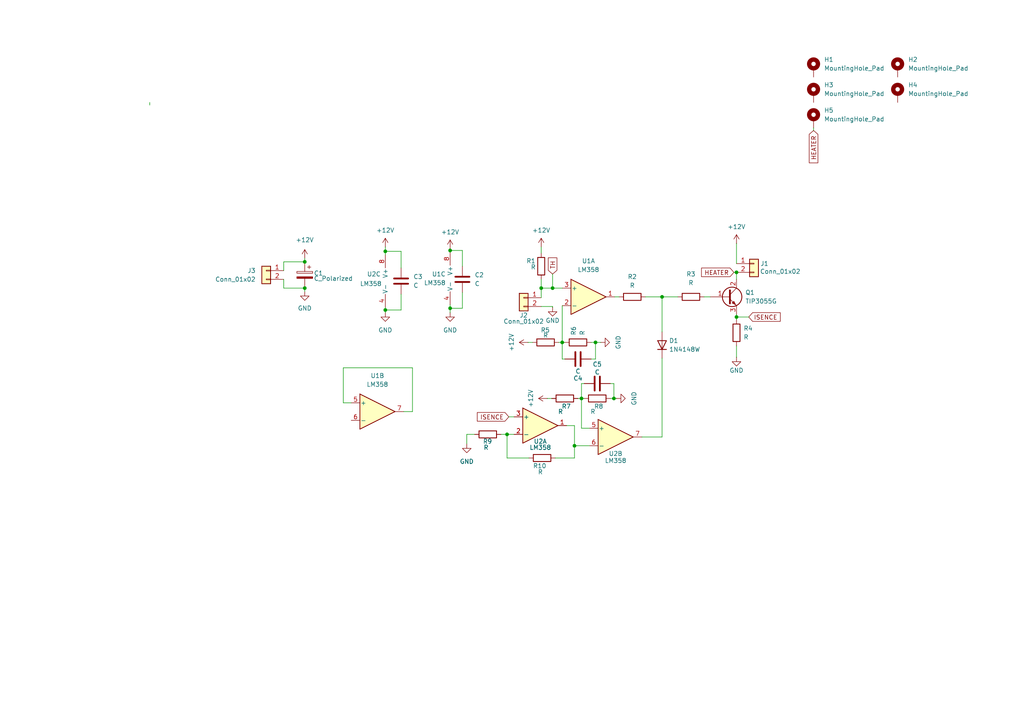
<source format=kicad_sch>
(kicad_sch (version 20231120) (generator "eeschema") (generator_version "8.0")
  (paper "A4")
  (lib_symbols
    (symbol "Amplifier_Operational:LM358" (pin_names (offset 0.127))
      (property "Reference" "U" (at 0 5.08 0))
      (property "Value" "LM358" (at 0 -5.08 0))
      (symbol "LM358_1_1"
        (polyline (pts (xy -5.08 5.08) (xy 5.08 0) (xy -5.08 -5.08) (xy -5.08 5.08)) (stroke (width 0.254)) (fill (type background)))
        (pin output line (at 7.62 0 180) (length 2.54) (name "~") (number "1"))
        (pin input line (at -7.62 -2.54 0) (length 2.54) (name "-") (number "2"))
        (pin input line (at -7.62 2.54 0) (length 2.54) (name "+") (number "3"))
      )
      (symbol "LM358_2_1"
        (polyline (pts (xy -5.08 5.08) (xy 5.08 0) (xy -5.08 -5.08) (xy -5.08 5.08)) (stroke (width 0.254)) (fill (type background)))
        (pin input line (at -7.62 2.54 0) (length 2.54) (name "+") (number "5"))
        (pin input line (at -7.62 -2.54 0) (length 2.54) (name "-") (number "6"))
        (pin output line (at 7.62 0 180) (length 2.54) (name "~") (number "7"))
      )
      (symbol "LM358_3_1"
        (pin power_in line (at -2.54 -7.62 90) (length 3.81) (name "V-") (number "4"))
        (pin power_in line (at -2.54 7.62 270) (length 3.81) (name "V+") (number "8"))
      )
    )
    (symbol "Connector_Generic:Conn_01x02" (pin_names (offset 1.016) hide)
      (property "Reference" "J" (at 0 2.54 0))
      (property "Value" "Conn_01x02" (at 0 -5.08 0))
      (symbol "Conn_01x02_1_1"
        (rectangle (start -1.27 -2.413) (end 0 -2.667) (stroke (width 0.1524)))
        (rectangle (start -1.27 0.127) (end 0 -0.127) (stroke (width 0.1524)))
        (rectangle (start -1.27 1.27) (end 1.27 -3.81) (stroke (width 0.254)) (fill (type background)))
        (pin passive line (at -5.08 0 0) (length 3.81) (name "Pin_1") (number "1"))
        (pin passive line (at -5.08 -2.54 0) (length 3.81) (name "Pin_2") (number "2"))
      )
    )
    (symbol "Device:C" (pin_numbers hide) (pin_names (offset 0.254))
      (property "Reference" "C" (at 0.635 2.54 0))
      (property "Value" "C" (at 0.635 -2.54 0))
      (symbol "C_0_1"
        (polyline (pts (xy -2.032 -0.762) (xy 2.032 -0.762)) (stroke (width 0.508)))
        (polyline (pts (xy -2.032 0.762) (xy 2.032 0.762)) (stroke (width 0.508)))
      )
      (symbol "C_1_1"
        (pin passive line (at 0 3.81 270) (length 2.794) (name "~") (number "1"))
        (pin passive line (at 0 -3.81 90) (length 2.794) (name "~") (number "2"))
      )
    )
    (symbol "Device:C_Polarized" (pin_numbers hide) (pin_names (offset 0.254))
      (property "Reference" "C" (at 0.635 2.54 0))
      (property "Value" "C_Polarized" (at 0.635 -2.54 0))
      (symbol "C_Polarized_0_1"
        (rectangle (start -2.286 0.508) (end 2.286 1.016))
        (polyline (pts (xy -1.778 2.286) (xy -0.762 2.286)))
        (polyline (pts (xy -1.27 2.794) (xy -1.27 1.778)))
        (rectangle (start 2.286 -0.508) (end -2.286 -1.016) (fill (type outline)))
      )
      (symbol "C_Polarized_1_1"
        (pin passive line (at 0 3.81 270) (length 2.794) (name "~") (number "1"))
        (pin passive line (at 0 -3.81 90) (length 2.794) (name "~") (number "2"))
      )
    )
    (symbol "Device:R" (pin_numbers hide) (pin_names (offset 0))
      (property "Reference" "R" (at 2.032 0 90))
      (property "Value" "R" (at 0 0 90))
      (symbol "R_0_1"
        (rectangle (start -1.016 -2.54) (end 1.016 2.54) (stroke (width 0.254)))
      )
      (symbol "R_1_1"
        (pin passive line (at 0 3.81 270) (length 1.27) (name "~") (number "1"))
        (pin passive line (at 0 -3.81 90) (length 1.27) (name "~") (number "2"))
      )
    )
    (symbol "Diode:1N4148W" (pin_numbers hide) (pin_names hide)
      (property "Reference" "D" (at 0 2.54 0))
      (property "Value" "1N4148W" (at 0 -2.54 0))
      (symbol "1N4148W_0_1"
        (polyline (pts (xy -1.27 1.27) (xy -1.27 -1.27)) (stroke (width 0.254)))
        (polyline (pts (xy 1.27 0) (xy -1.27 0)))
        (polyline (pts (xy 1.27 1.27) (xy 1.27 -1.27) (xy -1.27 0) (xy 1.27 1.27)) (stroke (width 0.254)))
      )
      (symbol "1N4148W_1_1"
        (pin passive line (at -3.81 0 0) (length 2.54) (name "K") (number "1"))
        (pin passive line (at 3.81 0 180) (length 2.54) (name "A") (number "2"))
      )
    )
    (symbol "Mechanical:MountingHole_Pad" (pin_numbers hide) (pin_names (offset 1.016) hide) (exclude_from_sim yes) (in_bom no)
      (property "Reference" "H" (at 0 6.35 0))
      (property "Value" "MountingHole_Pad" (at 0 4.445 0))
      (symbol "MountingHole_Pad_0_1"
        (circle (center 0 1.27) (radius 1.27) (stroke (width 1.27)))
      )
      (symbol "MountingHole_Pad_1_1"
        (pin input line (at 0 -2.54 90) (length 2.54) (name "1") (number "1"))
      )
    )
    (symbol "Transistor_BJT:TIP3055G" (pin_names (offset 0) hide)
      (property "Reference" "Q" (at 5.08 1.905 0))
      (property "Value" "TIP3055G" (at 5.08 0 0))
      (symbol "TIP3055G_0_1"
        (polyline (pts (xy 0.635 0.635) (xy 2.54 2.54)))
        (polyline (pts (xy 0.635 -0.635) (xy 2.54 -2.54) (xy 2.54 -2.54)))
        (polyline (pts (xy 0.635 1.905) (xy 0.635 -1.905) (xy 0.635 -1.905)) (stroke (width 0.508)))
        (polyline (pts (xy 1.27 -1.778) (xy 1.778 -1.27) (xy 2.286 -2.286) (xy 1.27 -1.778) (xy 1.27 -1.778)) (fill (type outline)))
        (circle (center 1.27 0) (radius 2.8194) (stroke (width 0.254)))
      )
      (symbol "TIP3055G_1_1"
        (pin input line (at -5.08 0 0) (length 5.715) (name "B") (number "1"))
        (pin passive line (at 2.54 5.08 270) (length 2.54) (name "C") (number "2"))
        (pin passive line (at 2.54 -5.08 90) (length 2.54) (name "E") (number "3"))
      )
    )
    (symbol "power:+12V" (power) (pin_numbers hide) (pin_names (offset 0) hide)
      (property "Value" "+12V" (at 0 3.556 0))
      (symbol "+12V_0_1"
        (polyline (pts (xy -0.762 1.27) (xy 0 2.54)))
        (polyline (pts (xy 0 0) (xy 0 2.54)))
        (polyline (pts (xy 0 2.54) (xy 0.762 1.27)))
      )
      (symbol "+12V_1_1"
        (pin power_in line (at 0 0 90) (length 0) (name "~") (number "1"))
      )
    )
    (symbol "power:GND" (power) (pin_numbers hide) (pin_names (offset 0) hide)
      (property "Value" "GND" (at 0 -3.81 0))
      (symbol "GND_0_1"
        (polyline (pts (xy 0 0) (xy 0 -1.27) (xy 1.27 -1.27) (xy 0 -2.54) (xy -1.27 -1.27) (xy 0 -1.27)))
      )
      (symbol "GND_1_1"
        (pin power_in line (at 0 0 270) (length 0) (name "~") (number "1"))
      )
    )
  )
  (junction (at 192.024 86.106))
  (junction (at 111.76 89.916))
  (junction (at 163.068 99.314))
  (junction (at 88.392 83.566))
  (junction (at 168.656 115.57))
  (junction (at 160.274 83.566))
  (junction (at 213.614 78.994))
  (junction (at 213.614 91.948))
  (junction (at 156.972 83.566))
  (junction (at 172.72 99.314))
  (junction (at 130.556 89.408))
  (junction (at 178.054 115.57))
  (junction (at 166.624 129.286))
  (junction (at 147.066 125.984))
  (junction (at 111.76 72.898))
  (junction (at 88.392 75.946))
  (junction (at 130.556 72.644))
  (wire (pts (xy 163.83 104.14) (xy 163.068 104.14)))
  (wire (pts (xy 187.198 86.106) (xy 192.024 86.106)))
  (wire (pts (xy 134.112 77.216) (xy 134.112 72.644)))
  (wire (pts (xy 156.972 71.628) (xy 156.972 73.406)))
  (wire (pts (xy 111.76 89.916) (xy 111.76 90.678)))
  (wire (pts (xy 205.994 86.106) (xy 204.216 86.106)))
  (wire (pts (xy 101.854 116.84) (xy 99.568 116.84)))
  (wire (pts (xy 88.392 74.93) (xy 88.392 75.946)))
  (wire (pts (xy 174.244 99.314) (xy 172.72 99.314)))
  (wire (pts (xy 178.816 115.57) (xy 178.054 115.57)))
  (wire (pts (xy 153.416 132.842) (xy 147.066 132.842)))
  (wire (pts (xy 160.274 83.82) (xy 160.274 83.566)))
  (wire (pts (xy 119.634 106.68) (xy 119.634 119.38)))
  (wire (pts (xy 43.434 30.48) (xy 43.434 29.718)))
  (wire (pts (xy 178.054 111.252) (xy 178.054 115.57)))
  (wire (pts (xy 163.068 99.314) (xy 163.068 104.14)))
  (wire (pts (xy 168.656 124.206) (xy 168.656 115.57)))
  (wire (pts (xy 166.624 129.286) (xy 170.942 129.286)))
  (wire (pts (xy 177.038 111.252) (xy 178.054 111.252)))
  (wire (pts (xy 116.332 72.898) (xy 111.76 72.898)))
  (wire (pts (xy 134.112 72.644) (xy 130.556 72.644)))
  (wire (pts (xy 111.76 71.628) (xy 111.76 72.898)))
  (wire (pts (xy 213.614 70.612) (xy 213.614 76.454)))
  (wire (pts (xy 147.066 132.842) (xy 147.066 125.984)))
  (wire (pts (xy 130.556 89.408) (xy 130.556 88.392)))
  (wire (pts (xy 134.112 89.408) (xy 130.556 89.408)))
  (wire (pts (xy 153.162 99.314) (xy 154.432 99.314)))
  (wire (pts (xy 161.036 132.842) (xy 166.624 132.842)))
  (wire (pts (xy 160.528 83.566) (xy 163.068 83.566)))
  (wire (pts (xy 169.418 111.252) (xy 168.656 111.252)))
  (wire (pts (xy 213.614 91.948) (xy 213.614 91.186)))
  (wire (pts (xy 130.556 72.644) (xy 130.556 73.152)))
  (wire (pts (xy 82.296 75.946) (xy 88.392 75.946)))
  (wire (pts (xy 170.942 124.206) (xy 168.656 124.206)))
  (wire (pts (xy 160.528 83.82) (xy 160.528 83.566)))
  (wire (pts (xy 166.624 123.444) (xy 164.338 123.444)))
  (wire (pts (xy 172.72 104.14) (xy 172.72 99.314)))
  (wire (pts (xy 158.75 115.57) (xy 160.02 115.57)))
  (wire (pts (xy 160.274 88.9) (xy 160.274 89.154)))
  (wire (pts (xy 145.288 125.984) (xy 147.066 125.984)))
  (wire (pts (xy 192.024 126.746) (xy 192.024 103.886)))
  (wire (pts (xy 162.052 99.314) (xy 163.068 99.314)))
  (wire (pts (xy 213.614 103.632) (xy 213.614 100.33)))
  (wire (pts (xy 88.392 83.566) (xy 82.296 83.566)))
  (wire (pts (xy 130.556 90.678) (xy 130.556 89.408)))
  (wire (pts (xy 235.966 37.846) (xy 235.966 37.084)))
  (wire (pts (xy 166.624 129.286) (xy 166.624 123.444)))
  (wire (pts (xy 192.024 96.266) (xy 192.024 86.106)))
  (wire (pts (xy 160.528 83.82) (xy 160.274 83.82)))
  (wire (pts (xy 186.182 126.746) (xy 192.024 126.746)))
  (wire (pts (xy 156.972 83.566) (xy 160.274 83.566)))
  (wire (pts (xy 213.614 92.71) (xy 213.614 91.948)))
  (wire (pts (xy 82.296 83.566) (xy 82.296 81.026)))
  (wire (pts (xy 116.332 89.916) (xy 111.76 89.916)))
  (wire (pts (xy 88.392 84.582) (xy 88.392 83.566)))
  (wire (pts (xy 156.972 83.566) (xy 156.972 81.026)))
  (wire (pts (xy 213.614 78.994) (xy 213.614 81.026)))
  (wire (pts (xy 217.17 91.948) (xy 213.614 91.948)))
  (wire (pts (xy 192.024 86.106) (xy 196.596 86.106)))
  (wire (pts (xy 156.972 86.36) (xy 156.972 83.566)))
  (wire (pts (xy 168.656 111.252) (xy 168.656 115.57)))
  (wire (pts (xy 172.72 99.314) (xy 171.45 99.314)))
  (wire (pts (xy 160.274 83.566) (xy 160.274 79.502)))
  (wire (pts (xy 168.656 115.57) (xy 169.418 115.57)))
  (wire (pts (xy 111.76 72.898) (xy 111.76 73.914)))
  (wire (pts (xy 99.568 106.68) (xy 119.634 106.68)))
  (wire (pts (xy 111.76 89.154) (xy 111.76 89.916)))
  (wire (pts (xy 171.45 104.14) (xy 172.72 104.14)))
  (wire (pts (xy 147.066 125.984) (xy 149.098 125.984)))
  (wire (pts (xy 163.068 99.314) (xy 163.83 99.314)))
  (wire (pts (xy 178.054 115.57) (xy 177.038 115.57)))
  (wire (pts (xy 212.852 78.994) (xy 213.614 78.994)))
  (wire (pts (xy 167.64 115.57) (xy 168.656 115.57)))
  (wire (pts (xy 82.296 78.486) (xy 82.296 75.946)))
  (wire (pts (xy 135.382 125.984) (xy 137.668 125.984)))
  (wire (pts (xy 166.624 132.842) (xy 166.624 129.286)))
  (wire (pts (xy 116.332 85.344) (xy 116.332 89.916)))
  (wire (pts (xy 99.568 116.84) (xy 99.568 106.68)))
  (wire (pts (xy 116.332 77.724) (xy 116.332 72.898)))
  (wire (pts (xy 163.068 88.646) (xy 163.068 99.314)))
  (wire (pts (xy 160.274 88.9) (xy 156.972 88.9)))
  (wire (pts (xy 119.634 119.38) (xy 117.094 119.38)))
  (wire (pts (xy 179.578 86.106) (xy 178.308 86.106)))
  (wire (pts (xy 134.112 84.836) (xy 134.112 89.408)))
  (wire (pts (xy 130.556 72.136) (xy 130.556 72.644)))
  (wire (pts (xy 135.382 128.778) (xy 135.382 125.984)))
  (wire (pts (xy 147.574 120.904) (xy 149.098 120.904)))
  (global_label "HEATER" (shape input) (at 235.966 37.846 270) (property "Intersheetrefs" "${INTERSHEET_REFS}" (effects (hide yes))))
  (global_label "ISENCE" (shape input) (at 217.17 91.948 0) (property "Intersheetrefs" "${INTERSHEET_REFS}" (effects (hide yes))))
  (global_label "HEATER" (shape input) (at 212.852 78.994 180) (property "Intersheetrefs" "${INTERSHEET_REFS}" (effects (hide yes))))
  (global_label "ISENCE" (shape input) (at 147.574 120.904 180) (property "Intersheetrefs" "${INTERSHEET_REFS}" (effects (hide yes))))
  (global_label "TH" (shape input) (at 160.274 79.502 90) (property "Intersheetrefs" "${INTERSHEET_REFS}" (effects (hide yes))))
  (symbol (lib_id "power:GND") (at 213.614 103.632 0) (unit 1)
    (property "Reference" "#PWR010" (effects (hide yes)))
    (property "Value" "GND" (at 213.614 107.442 0))
    (property "Description" "Power symbol creates a global label with name \"GND\" , ground" (effects (hide yes)))
  )
  (symbol (lib_id "Device:C") (at 173.228 111.252 90) (unit 1)
    (property "Reference" "C5" (at 173.228 105.664 90))
    (property "Value" "C" (at 173.228 107.95 90))
    (property "Footprint" "Capacitor_SMD:C_1206_3216Metric_Pad1.33x1.80mm_HandSolder" (effects (hide yes)))
    (property "Description" "Unpolarized capacitor" (effects (hide yes)))
  )
  (symbol (lib_id "Amplifier_Operational:LM358") (at 109.474 119.38 0) (unit 2)
    (property "Reference" "U1" (at 109.474 108.966 0))
    (property "Value" "LM358" (at 109.474 111.506 0))
    (property "Footprint" "Package_SO:SOIC-8_3.9x4.9mm_P1.27mm" (effects (hide yes)))
    (property "Datasheet" "http://www.ti.com/lit/ds/symlink/lm2904-n.pdf" (effects (hide yes)))
    (property "Description" "Low-Power, Dual Operational Amplifiers, DIP-8/SOIC-8/TO-99-8" (effects (hide yes)))
  )
  (symbol (lib_id "Connector_Generic:Conn_01x02") (at 77.216 78.486 0) (mirror y) (unit 1)
    (property "Reference" "J3" (at 74.168 78.4859 0) (effects (justify left)))
    (property "Value" "Conn_01x02" (at 74.168 81.0259 0) (effects (justify left)))
    (property "Footprint" "TerminalBlock_Phoenix:TerminalBlock_Phoenix_MKDS-1,5-2-5.08_1x02_P5.08mm_Horizontal" (effects (hide yes)))
    (property "Description" "Generic connector, single row, 01x02, script generated (kicad-library-utils/schlib/autogen/connector/)" (effects (hide yes)))
  )
  (symbol (lib_id "Device:R") (at 158.242 99.314 90) (unit 1)
    (property "Reference" "R5" (at 159.512 95.758 90) (effects (justify left)))
    (property "Value" "R" (at 159.004 97.282 90) (effects (justify left)))
    (property "Footprint" "Resistor_SMD:R_1206_3216Metric_Pad1.30x1.75mm_HandSolder" (effects (hide yes)))
    (property "Description" "Resistor" (effects (hide yes)))
  )
  (symbol (lib_id "power:GND") (at 160.274 89.154 0) (unit 1)
    (property "Reference" "#PWR06" (effects (hide yes)))
    (property "Value" "GND" (at 160.274 92.964 0))
    (property "Description" "Power symbol creates a global label with name \"GND\" , ground" (effects (hide yes)))
  )
  (symbol (lib_id "Mechanical:MountingHole_Pad") (at 235.966 27.178 0) (unit 1) (exclude_from_sim yes) (in_bom no)
    (property "Reference" "H3" (at 239.014 24.6379 0) (effects (justify left)))
    (property "Value" "MountingHole_Pad" (at 239.014 27.1779 0) (effects (justify left)))
    (property "Footprint" "MountingHole:MountingHole_3.5mm_Pad_Via" (effects (hide yes)))
    (property "Description" "Mounting Hole with connection" (effects (hide yes)))
  )
  (symbol (lib_id "Device:R") (at 200.406 86.106 90) (unit 1)
    (property "Reference" "R3" (at 200.406 79.502 90))
    (property "Value" "R" (at 200.406 82.042 90))
    (property "Footprint" "Resistor_SMD:R_1206_3216Metric_Pad1.30x1.75mm_HandSolder" (effects (hide yes)))
    (property "Description" "Resistor" (effects (hide yes)))
  )
  (symbol (lib_id "Amplifier_Operational:LM358") (at 156.718 123.444 0) (unit 1)
    (property "Reference" "U2" (at 156.718 128.016 0))
    (property "Value" "LM358" (at 156.718 129.794 0))
    (property "Footprint" "Package_SO:SOIC-8_3.9x4.9mm_P1.27mm" (effects (hide yes)))
    (property "Datasheet" "http://www.ti.com/lit/ds/symlink/lm2904-n.pdf" (effects (hide yes)))
    (property "Description" "Low-Power, Dual Operational Amplifiers, DIP-8/SOIC-8/TO-99-8" (effects (hide yes)))
  )
  (symbol (lib_id "power:GND") (at 88.392 84.582 0) (mirror y) (unit 1)
    (property "Reference" "#PWR07" (effects (hide yes)))
    (property "Value" "GND" (at 88.392 89.408 0))
    (property "Description" "Power symbol creates a global label with name \"GND\" , ground" (effects (hide yes)))
  )
  (symbol (lib_id "Transistor_BJT:TIP3055G") (at 211.074 86.106 0) (unit 1)
    (property "Reference" "Q1" (at 216.154 84.8359 0) (effects (justify left)))
    (property "Value" "TIP3055G" (at 216.154 87.3759 0) (effects (justify left)))
    (property "Footprint" "Package_TO_SOT_THT:TO-247-3_Horizontal_TabDown" (effects (hide yes)))
    (property "Datasheet" "http://www.onsemi.com/pub_link/Collateral/TIP3055-D.PDF" (effects (hide yes)))
    (property "Description" "15A Ic, 60V Vce, Power NPN Transistor, TO-247" (effects (hide yes)))
  )
  (symbol (lib_id "Device:C") (at 134.112 81.026 0) (unit 1)
    (property "Reference" "C2" (at 137.668 79.7559 0) (effects (justify left)))
    (property "Value" "C" (at 137.668 82.2959 0) (effects (justify left)))
    (property "Footprint" "Capacitor_SMD:C_1206_3216Metric_Pad1.33x1.80mm_HandSolder" (effects (hide yes)))
    (property "Description" "Unpolarized capacitor" (effects (hide yes)))
  )
  (symbol (lib_id "Device:R") (at 163.83 115.57 90) (unit 1)
    (property "Reference" "R7" (at 165.608 117.856 90) (effects (justify left)))
    (property "Value" "R" (at 163.322 119.38 90) (effects (justify left)))
    (property "Footprint" "Resistor_SMD:R_1206_3216Metric_Pad1.30x1.75mm_HandSolder" (effects (hide yes)))
    (property "Description" "Resistor" (effects (hide yes)))
  )
  (symbol (lib_id "Device:C") (at 116.332 81.534 0) (unit 1)
    (property "Reference" "C3" (at 119.888 80.2639 0) (effects (justify left)))
    (property "Value" "C" (at 119.888 82.8039 0) (effects (justify left)))
    (property "Footprint" "Capacitor_SMD:C_1206_3216Metric_Pad1.33x1.80mm_HandSolder" (effects (hide yes)))
    (property "Description" "Unpolarized capacitor" (effects (hide yes)))
  )
  (symbol (lib_id "power:+12V") (at 88.392 74.93 0) (mirror y) (unit 1)
    (property "Reference" "#PWR05" (effects (hide yes)))
    (property "Value" "+12V" (at 88.392 69.596 0))
    (property "Description" "Power symbol creates a global label with name \"+12V\"" (effects (hide yes)))
  )
  (symbol (lib_id "Mechanical:MountingHole_Pad") (at 235.966 34.544 0) (unit 1) (exclude_from_sim yes) (in_bom no)
    (property "Reference" "H5" (at 239.014 32.0039 0) (effects (justify left)))
    (property "Value" "MountingHole_Pad" (at 239.014 34.5439 0) (effects (justify left)))
    (property "Footprint" "MountingHole:MountingHole_3.5mm_Pad_Via" (effects (hide yes)))
    (property "Description" "Mounting Hole with connection" (effects (hide yes)))
  )
  (symbol (lib_id "Device:R") (at 167.64 99.314 90) (unit 1)
    (property "Reference" "R6" (at 166.3699 97.282 0) (effects (justify left)))
    (property "Value" "R" (at 168.9099 97.282 0) (effects (justify left)))
    (property "Footprint" "Resistor_SMD:R_1206_3216Metric_Pad1.30x1.75mm_HandSolder" (effects (hide yes)))
    (property "Description" "Resistor" (effects (hide yes)))
  )
  (symbol (lib_id "Amplifier_Operational:LM358") (at 178.562 126.746 0) (unit 2)
    (property "Reference" "U2" (at 178.562 131.572 0))
    (property "Value" "LM358" (at 178.562 133.604 0))
    (property "Footprint" "Package_SO:SOIC-8_3.9x4.9mm_P1.27mm" (effects (hide yes)))
    (property "Datasheet" "http://www.ti.com/lit/ds/symlink/lm2904-n.pdf" (effects (hide yes)))
    (property "Description" "Low-Power, Dual Operational Amplifiers, DIP-8/SOIC-8/TO-99-8" (effects (hide yes)))
  )
  (symbol (lib_id "Device:R") (at 141.478 125.984 90) (unit 1)
    (property "Reference" "R9" (at 142.748 128.016 90) (effects (justify left)))
    (property "Value" "R" (at 141.732 129.794 90) (effects (justify left)))
    (property "Footprint" "Resistor_SMD:R_1206_3216Metric_Pad1.30x1.75mm_HandSolder" (effects (hide yes)))
    (property "Description" "Resistor" (effects (hide yes)))
  )
  (symbol (lib_id "Amplifier_Operational:LM358") (at 128.016 80.772 0) (mirror y) (unit 3)
    (property "Reference" "U1" (at 129.286 79.5019 0) (effects (justify left)))
    (property "Value" "LM358" (at 129.286 82.0419 0) (effects (justify left)))
    (property "Footprint" "Package_SO:SOIC-8_3.9x4.9mm_P1.27mm" (effects (hide yes)))
    (property "Datasheet" "http://www.ti.com/lit/ds/symlink/lm2904-n.pdf" (effects (hide yes)))
    (property "Description" "Low-Power, Dual Operational Amplifiers, DIP-8/SOIC-8/TO-99-8" (effects (hide yes)))
  )
  (symbol (lib_id "Device:R") (at 173.228 115.57 90) (unit 1)
    (property "Reference" "R8" (at 175.006 117.856 90) (effects (justify left)))
    (property "Value" "R" (at 172.72 119.38 90) (effects (justify left)))
    (property "Footprint" "Resistor_SMD:R_1206_3216Metric_Pad1.30x1.75mm_HandSolder" (effects (hide yes)))
    (property "Description" "Resistor" (effects (hide yes)))
  )
  (symbol (lib_id "Connector_Generic:Conn_01x02") (at 218.694 76.454 0) (unit 1)
    (property "Reference" "J1" (at 221.742 76.454 0))
    (property "Value" "Conn_01x02" (at 226.314 78.74 0))
    (property "Footprint" "TerminalBlock_Phoenix:TerminalBlock_Phoenix_MKDS-1,5-2-5.08_1x02_P5.08mm_Horizontal" (effects (hide yes)))
    (property "Description" "Generic connector, single row, 01x02, script generated (kicad-library-utils/schlib/autogen/connector/)" (effects (hide yes)))
  )
  (symbol (lib_id "power:+12V") (at 153.162 99.314 90) (unit 1)
    (property "Reference" "#PWR08" (effects (hide yes)))
    (property "Value" "+12V" (at 148.336 99.314 0))
    (property "Description" "Power symbol creates a global label with name \"+12V\"" (effects (hide yes)))
  )
  (symbol (lib_id "Diode:1N4148W") (at 192.024 100.076 90) (unit 1)
    (property "Reference" "D1" (at 194.056 98.8059 90) (effects (justify right)))
    (property "Value" "1N4148W" (at 194.056 101.3459 90) (effects (justify right)))
    (property "Footprint" "Diode_SMD:D_SOD-123" (effects (hide yes)))
    (property "Datasheet" "https://www.vishay.com/docs/85748/1n4148w.pdf" (effects (hide yes)))
    (property "Description" "75V 0.15A Fast Switching Diode, SOD-123" (effects (hide yes)))
    (property "Sim.Device" "D" (effects (hide yes)))
    (property "Sim.Pins" "1=K 2=A" (effects (hide yes)))
  )
  (symbol (lib_id "Connector_Generic:Conn_01x02") (at 151.892 86.36 0) (mirror y) (unit 1)
    (property "Reference" "J2" (at 151.892 91.44 0))
    (property "Value" "Conn_01x02" (at 151.892 93.218 0))
    (property "Footprint" "TerminalBlock_Phoenix:TerminalBlock_Phoenix_MKDS-1,5-2-5.08_1x02_P5.08mm_Horizontal" (effects (hide yes)))
    (property "Description" "Generic connector, single row, 01x02, script generated (kicad-library-utils/schlib/autogen/connector/)" (effects (hide yes)))
  )
  (symbol (lib_id "Amplifier_Operational:LM358") (at 170.688 86.106 0) (unit 1)
    (property "Reference" "U1" (at 170.688 75.692 0))
    (property "Value" "LM358" (at 170.688 78.232 0))
    (property "Footprint" "Package_SO:SOIC-8_3.9x4.9mm_P1.27mm" (effects (hide yes)))
    (property "Datasheet" "http://www.ti.com/lit/ds/symlink/lm2904-n.pdf" (effects (hide yes)))
    (property "Description" "Low-Power, Dual Operational Amplifiers, DIP-8/SOIC-8/TO-99-8" (effects (hide yes)))
  )
  (symbol (lib_id "power:+12V") (at 156.972 71.628 0) (unit 1)
    (property "Reference" "#PWR02" (effects (hide yes)))
    (property "Value" "+12V" (at 156.972 66.802 0))
    (property "Description" "Power symbol creates a global label with name \"+12V\"" (effects (hide yes)))
  )
  (symbol (lib_id "Device:C_Polarized") (at 88.392 79.756 0) (mirror y) (unit 1)
    (property "Reference" "C1" (at 93.726 79.248 0) (effects (justify left)))
    (property "Value" "C_Polarized" (at 102.362 80.772 0) (effects (justify left)))
    (property "Description" "Polarized capacitor" (effects (hide yes)))
  )
  (symbol (lib_id "Amplifier_Operational:LM358") (at 114.3 81.534 0) (unit 3)
    (property "Reference" "U2" (at 106.426 79.502 0) (effects (justify left)))
    (property "Value" "LM358" (at 104.394 82.296 0) (effects (justify left)))
    (property "Footprint" "Package_SO:SOIC-8_3.9x4.9mm_P1.27mm" (effects (hide yes)))
    (property "Datasheet" "http://www.ti.com/lit/ds/symlink/lm2904-n.pdf" (effects (hide yes)))
    (property "Description" "Low-Power, Dual Operational Amplifiers, DIP-8/SOIC-8/TO-99-8" (effects (hide yes)))
  )
  (symbol (lib_id "Device:R") (at 157.226 132.842 90) (unit 1)
    (property "Reference" "R10" (at 158.496 135.128 90) (effects (justify left)))
    (property "Value" "R" (at 157.48 136.906 90) (effects (justify left)))
    (property "Footprint" "Resistor_SMD:R_1206_3216Metric_Pad1.30x1.75mm_HandSolder" (effects (hide yes)))
    (property "Description" "Resistor" (effects (hide yes)))
  )
  (symbol (lib_id "power:GND") (at 135.382 128.778 0) (unit 1)
    (property "Reference" "#PWR015" (effects (hide yes)))
    (property "Value" "GND" (at 135.382 133.858 0))
    (property "Description" "Power symbol creates a global label with name \"GND\" , ground" (effects (hide yes)))
  )
  (symbol (lib_id "power:GND") (at 174.244 99.314 90) (unit 1)
    (property "Reference" "#PWR09" (effects (hide yes)))
    (property "Value" "GND" (at 179.324 99.314 0))
    (property "Description" "Power symbol creates a global label with name \"GND\" , ground" (effects (hide yes)))
  )
  (symbol (lib_id "Device:C") (at 167.64 104.14 270) (unit 1)
    (property "Reference" "C4" (at 167.64 109.728 90))
    (property "Value" "C" (at 167.64 107.696 90))
    (property "Footprint" "Capacitor_SMD:C_1206_3216Metric_Pad1.33x1.80mm_HandSolder" (effects (hide yes)))
    (property "Description" "Unpolarized capacitor" (effects (hide yes)))
  )
  (symbol (lib_id "power:+12V") (at 158.75 115.57 90) (unit 1)
    (property "Reference" "#PWR013" (effects (hide yes)))
    (property "Value" "+12V" (at 153.924 115.57 0))
    (property "Description" "Power symbol creates a global label with name \"+12V\"" (effects (hide yes)))
  )
  (symbol (lib_id "Device:R") (at 156.972 77.216 0) (unit 1)
    (property "Reference" "R1" (at 152.654 75.692 0) (effects (justify left)))
    (property "Value" "R" (at 153.924 77.47 0) (effects (justify left)))
    (property "Footprint" "Resistor_SMD:R_1206_3216Metric_Pad1.30x1.75mm_HandSolder" (effects (hide yes)))
    (property "Description" "Resistor" (effects (hide yes)))
  )
  (symbol (lib_id "power:+12V") (at 111.76 71.628 0) (unit 1)
    (property "Reference" "#PWR03" (effects (hide yes)))
    (property "Value" "+12V" (at 111.76 66.802 0))
    (property "Description" "Power symbol creates a global label with name \"+12V\"" (effects (hide yes)))
  )
  (symbol (lib_id "power:GND") (at 111.76 90.678 0) (unit 1)
    (property "Reference" "#PWR011" (effects (hide yes)))
    (property "Value" "GND" (at 111.76 95.758 0))
    (property "Description" "Power symbol creates a global label with name \"GND\" , ground" (effects (hide yes)))
  )
  (symbol (lib_id "Mechanical:MountingHole_Pad") (at 260.35 19.812 0) (unit 1) (exclude_from_sim yes) (in_bom no)
    (property "Reference" "H2" (at 263.398 17.2719 0) (effects (justify left)))
    (property "Value" "MountingHole_Pad" (at 263.398 19.8119 0) (effects (justify left)))
    (property "Footprint" "MountingHole:MountingHole_3.5mm_Pad_Via" (effects (hide yes)))
    (property "Description" "Mounting Hole with connection" (effects (hide yes)))
  )
  (symbol (lib_id "Device:R") (at 213.614 96.52 0) (unit 1)
    (property "Reference" "R4" (at 215.646 95.2499 0) (effects (justify left)))
    (property "Value" "R" (at 215.646 97.7899 0) (effects (justify left)))
    (property "Footprint" "Resistor_SMD:R_1206_3216Metric_Pad1.30x1.75mm_HandSolder" (effects (hide yes)))
    (property "Description" "Resistor" (effects (hide yes)))
  )
  (symbol (lib_id "Mechanical:MountingHole_Pad") (at 260.35 27.178 0) (unit 1) (exclude_from_sim yes) (in_bom no)
    (property "Reference" "H4" (at 263.398 24.6379 0) (effects (justify left)))
    (property "Value" "MountingHole_Pad" (at 263.398 27.1779 0) (effects (justify left)))
    (property "Footprint" "MountingHole:MountingHole_3.5mm_Pad_Via" (effects (hide yes)))
    (property "Description" "Mounting Hole with connection" (effects (hide yes)))
  )
  (symbol (lib_id "power:GND") (at 130.556 90.678 0) (unit 1)
    (property "Reference" "#PWR012" (effects (hide yes)))
    (property "Value" "GND" (at 130.556 95.758 0))
    (property "Description" "Power symbol creates a global label with name \"GND\" , ground" (effects (hide yes)))
  )
  (symbol (lib_id "Device:R") (at 183.388 86.106 270) (unit 1)
    (property "Reference" "R2" (at 183.388 80.264 90))
    (property "Value" "R" (at 183.388 82.804 90))
    (property "Footprint" "Resistor_SMD:R_1206_3216Metric_Pad1.30x1.75mm_HandSolder" (effects (hide yes)))
    (property "Description" "Resistor" (effects (hide yes)))
  )
  (symbol (lib_id "Mechanical:MountingHole_Pad") (at 235.966 19.812 0) (unit 1) (exclude_from_sim yes) (in_bom no)
    (property "Reference" "H1" (at 239.014 17.2719 0) (effects (justify left)))
    (property "Value" "MountingHole_Pad" (at 239.014 19.8119 0) (effects (justify left)))
    (property "Footprint" "MountingHole:MountingHole_3.5mm_Pad_Via" (effects (hide yes)))
    (property "Description" "Mounting Hole with connection" (effects (hide yes)))
  )
  (symbol (lib_id "power:GND") (at 178.816 115.57 90) (unit 1)
    (property "Reference" "#PWR014" (effects (hide yes)))
    (property "Value" "GND" (at 183.896 115.57 0))
    (property "Description" "Power symbol creates a global label with name \"GND\" , ground" (effects (hide yes)))
  )
  (symbol (lib_id "power:+12V") (at 130.556 72.136 0) (unit 1)
    (property "Reference" "#PWR04" (effects (hide yes)))
    (property "Value" "+12V" (at 130.556 67.31 0))
    (property "Description" "Power symbol creates a global label with name \"+12V\"" (effects (hide yes)))
  )
  (symbol (lib_id "power:+12V") (at 213.614 70.612 0) (unit 1)
    (property "Reference" "#PWR01" (effects (hide yes)))
    (property "Value" "+12V" (at 213.614 65.786 0))
    (property "Description" "Power symbol creates a global label with name \"+12V\"" (effects (hide yes)))
  )
)
</source>
